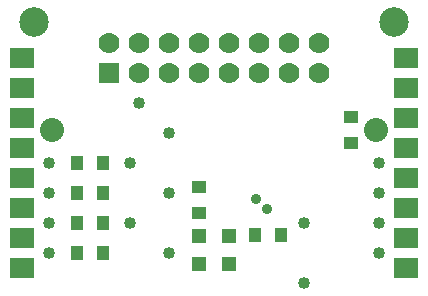
<source format=gbr>
G04 #@! TF.FileFunction,Soldermask,Top*
%FSLAX46Y46*%
G04 Gerber Fmt 4.6, Leading zero omitted, Abs format (unit mm)*
G04 Created by KiCad (PCBNEW (2015-12-09 BZR 6195)-product) date Sat Feb 25 21:50:35 2017*
%MOMM*%
G01*
G04 APERTURE LIST*
%ADD10C,0.100000*%
%ADD11C,1.016000*%
%ADD12C,2.032000*%
%ADD13R,2.032000X1.778000*%
%ADD14C,2.499360*%
%ADD15R,1.778000X1.778000*%
%ADD16C,1.778000*%
%ADD17R,1.000000X1.300000*%
%ADD18R,1.300000X1.000000*%
%ADD19R,1.300000X1.200000*%
%ADD20C,0.889000*%
G04 APERTURE END LIST*
D10*
D11*
X138430000Y-93980000D03*
X140970000Y-96520000D03*
X158750000Y-106680000D03*
X130810000Y-106680000D03*
D12*
X158496000Y-96266000D03*
X131064000Y-96266000D03*
D11*
X152400000Y-109220000D03*
X152400000Y-104140000D03*
X140970000Y-106680000D03*
X140970000Y-101600000D03*
X130810000Y-104140000D03*
X130810000Y-101600000D03*
X130810000Y-99060000D03*
X158750000Y-104140000D03*
X158750000Y-101600000D03*
D13*
X128524000Y-90170000D03*
X128524000Y-92710000D03*
X128524000Y-95250000D03*
X128524000Y-97790000D03*
X128524000Y-100330000D03*
X128524000Y-102870000D03*
X128524000Y-105410000D03*
X128524000Y-107950000D03*
X161036000Y-107950000D03*
X161036000Y-105410000D03*
X161036000Y-102870000D03*
X161036000Y-100330000D03*
X161036000Y-97790000D03*
X161036000Y-95250000D03*
X161036000Y-92710000D03*
X161036000Y-90170000D03*
D11*
X158750000Y-99060000D03*
D14*
X129540000Y-87122000D03*
X160020000Y-87122000D03*
D15*
X135890000Y-91440000D03*
D16*
X135890000Y-88900000D03*
X138430000Y-91440000D03*
X138430000Y-88900000D03*
X140970000Y-91440000D03*
X140970000Y-88900000D03*
X143510000Y-91440000D03*
X143510000Y-88900000D03*
X146050000Y-91440000D03*
X146050000Y-88900000D03*
X148590000Y-91440000D03*
X148590000Y-88900000D03*
X151130000Y-91440000D03*
X151130000Y-88900000D03*
X153670000Y-91440000D03*
X153670000Y-88900000D03*
D17*
X135339000Y-106680000D03*
X133139000Y-106680000D03*
X133139000Y-104140000D03*
X135339000Y-104140000D03*
X135339000Y-101600000D03*
X133139000Y-101600000D03*
X133139000Y-99060000D03*
X135339000Y-99060000D03*
D18*
X156337000Y-97366000D03*
X156337000Y-95166000D03*
D17*
X148209000Y-105156000D03*
X150409000Y-105156000D03*
D18*
X143510000Y-103335000D03*
X143510000Y-101135000D03*
D19*
X143510000Y-107626000D03*
X143510000Y-105226000D03*
X146050000Y-107626000D03*
X146050000Y-105226000D03*
D11*
X137668000Y-99060000D03*
X137668000Y-104140000D03*
D20*
X148336000Y-102108000D03*
X149225000Y-102997000D03*
M02*

</source>
